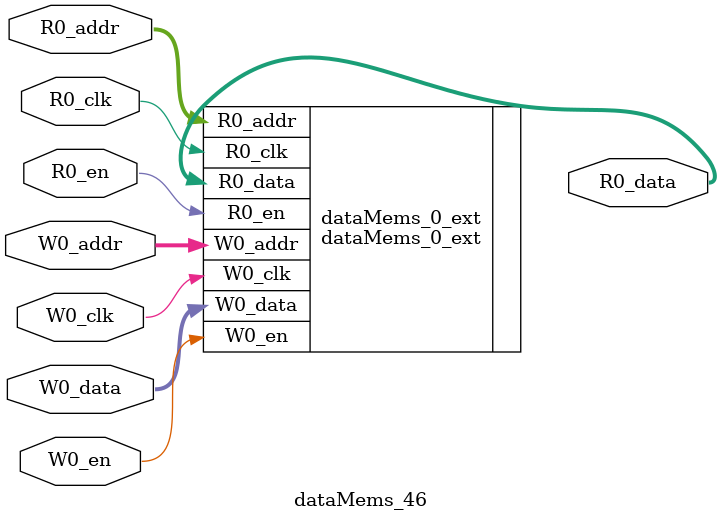
<source format=sv>
`ifndef RANDOMIZE
  `ifdef RANDOMIZE_REG_INIT
    `define RANDOMIZE
  `endif // RANDOMIZE_REG_INIT
`endif // not def RANDOMIZE
`ifndef RANDOMIZE
  `ifdef RANDOMIZE_MEM_INIT
    `define RANDOMIZE
  `endif // RANDOMIZE_MEM_INIT
`endif // not def RANDOMIZE

`ifndef RANDOM
  `define RANDOM $random
`endif // not def RANDOM

// Users can define 'PRINTF_COND' to add an extra gate to prints.
`ifndef PRINTF_COND_
  `ifdef PRINTF_COND
    `define PRINTF_COND_ (`PRINTF_COND)
  `else  // PRINTF_COND
    `define PRINTF_COND_ 1
  `endif // PRINTF_COND
`endif // not def PRINTF_COND_

// Users can define 'ASSERT_VERBOSE_COND' to add an extra gate to assert error printing.
`ifndef ASSERT_VERBOSE_COND_
  `ifdef ASSERT_VERBOSE_COND
    `define ASSERT_VERBOSE_COND_ (`ASSERT_VERBOSE_COND)
  `else  // ASSERT_VERBOSE_COND
    `define ASSERT_VERBOSE_COND_ 1
  `endif // ASSERT_VERBOSE_COND
`endif // not def ASSERT_VERBOSE_COND_

// Users can define 'STOP_COND' to add an extra gate to stop conditions.
`ifndef STOP_COND_
  `ifdef STOP_COND
    `define STOP_COND_ (`STOP_COND)
  `else  // STOP_COND
    `define STOP_COND_ 1
  `endif // STOP_COND
`endif // not def STOP_COND_

// Users can define INIT_RANDOM as general code that gets injected into the
// initializer block for modules with registers.
`ifndef INIT_RANDOM
  `define INIT_RANDOM
`endif // not def INIT_RANDOM

// If using random initialization, you can also define RANDOMIZE_DELAY to
// customize the delay used, otherwise 0.002 is used.
`ifndef RANDOMIZE_DELAY
  `define RANDOMIZE_DELAY 0.002
`endif // not def RANDOMIZE_DELAY

// Define INIT_RANDOM_PROLOG_ for use in our modules below.
`ifndef INIT_RANDOM_PROLOG_
  `ifdef RANDOMIZE
    `ifdef VERILATOR
      `define INIT_RANDOM_PROLOG_ `INIT_RANDOM
    `else  // VERILATOR
      `define INIT_RANDOM_PROLOG_ `INIT_RANDOM #`RANDOMIZE_DELAY begin end
    `endif // VERILATOR
  `else  // RANDOMIZE
    `define INIT_RANDOM_PROLOG_
  `endif // RANDOMIZE
`endif // not def INIT_RANDOM_PROLOG_

// Include register initializers in init blocks unless synthesis is set
`ifndef SYNTHESIS
  `ifndef ENABLE_INITIAL_REG_
    `define ENABLE_INITIAL_REG_
  `endif // not def ENABLE_INITIAL_REG_
`endif // not def SYNTHESIS

// Include rmemory initializers in init blocks unless synthesis is set
`ifndef SYNTHESIS
  `ifndef ENABLE_INITIAL_MEM_
    `define ENABLE_INITIAL_MEM_
  `endif // not def ENABLE_INITIAL_MEM_
`endif // not def SYNTHESIS

module dataMems_46(	// @[generators/ara/src/main/scala/UnsafeAXI4ToTL.scala:365:62]
  input  [4:0]   R0_addr,
  input          R0_en,
  input          R0_clk,
  output [258:0] R0_data,
  input  [4:0]   W0_addr,
  input          W0_en,
  input          W0_clk,
  input  [258:0] W0_data
);

  dataMems_0_ext dataMems_0_ext (	// @[generators/ara/src/main/scala/UnsafeAXI4ToTL.scala:365:62]
    .R0_addr (R0_addr),
    .R0_en   (R0_en),
    .R0_clk  (R0_clk),
    .R0_data (R0_data),
    .W0_addr (W0_addr),
    .W0_en   (W0_en),
    .W0_clk  (W0_clk),
    .W0_data (W0_data)
  );
endmodule


</source>
